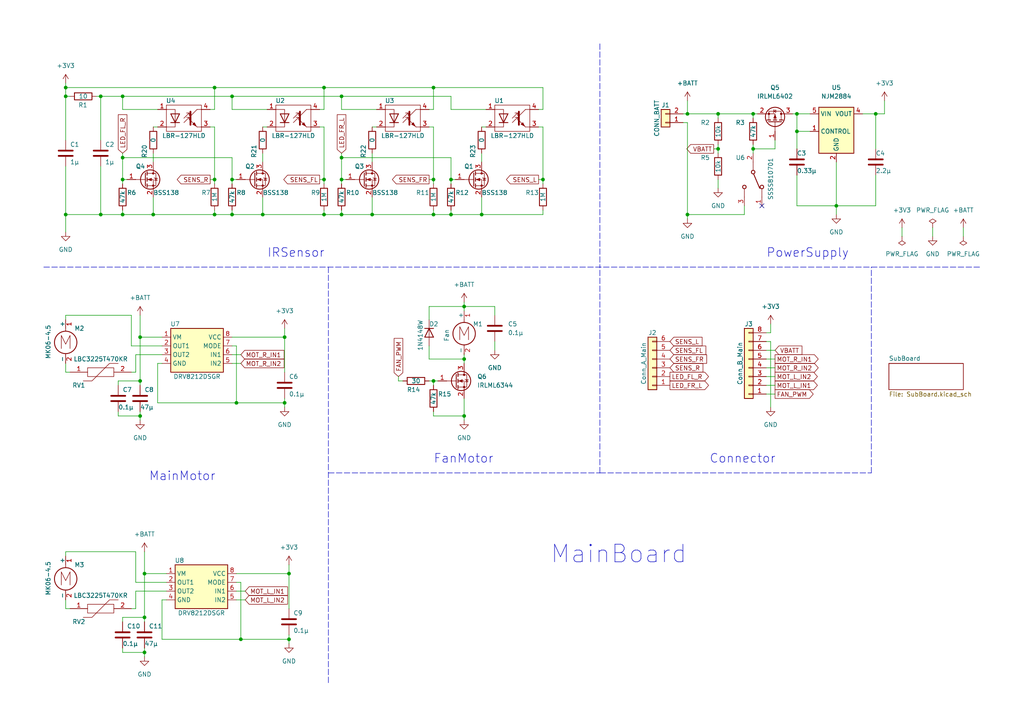
<source format=kicad_sch>
(kicad_sch (version 20211123) (generator eeschema)
  (paper "A4")
  (lib_symbols
    (symbol "Connector_Generic:Conn_01x02" (pin_names (offset 1.016) hide)
      (property "Reference" "J" (at 0 2.54 0))
      (property "Value" "Conn_01x02" (at 0 -5.08 0))
      (symbol "Conn_01x02_1_1"
        (rectangle (start -1.27 -2.413) (end 0 -2.667) (stroke (width 0.1524)))
        (rectangle (start -1.27 0.127) (end 0 -0.127) (stroke (width 0.1524)))
        (rectangle (start -1.27 1.27) (end 1.27 -3.81) (stroke (width 0.254)) (fill (type background)))
        (pin passive line (at -5.08 0 0) (length 3.81) (name "Pin_1") (number "1"))
        (pin passive line (at -5.08 -2.54 0) (length 3.81) (name "Pin_2") (number "2"))
      )
    )
    (symbol "Connector_Generic:Conn_01x06" (pin_names (offset 1.016) hide)
      (property "Reference" "J" (at 0 7.62 0))
      (property "Value" "Conn_01x06" (at 0 -10.16 0))
      (symbol "Conn_01x06_1_1"
        (rectangle (start -1.27 -7.493) (end 0 -7.747) (stroke (width 0.1524)))
        (rectangle (start -1.27 -4.953) (end 0 -5.207) (stroke (width 0.1524)))
        (rectangle (start -1.27 -2.413) (end 0 -2.667) (stroke (width 0.1524)))
        (rectangle (start -1.27 0.127) (end 0 -0.127) (stroke (width 0.1524)))
        (rectangle (start -1.27 2.667) (end 0 2.413) (stroke (width 0.1524)))
        (rectangle (start -1.27 5.207) (end 0 4.953) (stroke (width 0.1524)))
        (rectangle (start -1.27 6.35) (end 1.27 -8.89) (stroke (width 0.254)) (fill (type background)))
        (pin passive line (at -5.08 5.08 0) (length 3.81) (name "Pin_1") (number "1"))
        (pin passive line (at -5.08 2.54 0) (length 3.81) (name "Pin_2") (number "2"))
        (pin passive line (at -5.08 0 0) (length 3.81) (name "Pin_3") (number "3"))
        (pin passive line (at -5.08 -2.54 0) (length 3.81) (name "Pin_4") (number "4"))
        (pin passive line (at -5.08 -5.08 0) (length 3.81) (name "Pin_5") (number "5"))
        (pin passive line (at -5.08 -7.62 0) (length 3.81) (name "Pin_6") (number "6"))
      )
    )
    (symbol "Connector_Generic:Conn_01x08" (pin_names (offset 1.016) hide)
      (property "Reference" "J" (at 0 10.16 0))
      (property "Value" "Conn_01x08" (at 0 -12.7 0))
      (symbol "Conn_01x08_1_1"
        (rectangle (start -1.27 -10.033) (end 0 -10.287) (stroke (width 0.1524)))
        (rectangle (start -1.27 -7.493) (end 0 -7.747) (stroke (width 0.1524)))
        (rectangle (start -1.27 -4.953) (end 0 -5.207) (stroke (width 0.1524)))
        (rectangle (start -1.27 -2.413) (end 0 -2.667) (stroke (width 0.1524)))
        (rectangle (start -1.27 0.127) (end 0 -0.127) (stroke (width 0.1524)))
        (rectangle (start -1.27 2.667) (end 0 2.413) (stroke (width 0.1524)))
        (rectangle (start -1.27 5.207) (end 0 4.953) (stroke (width 0.1524)))
        (rectangle (start -1.27 7.747) (end 0 7.493) (stroke (width 0.1524)))
        (rectangle (start -1.27 8.89) (end 1.27 -11.43) (stroke (width 0.254)) (fill (type background)))
        (pin passive line (at -5.08 7.62 0) (length 3.81) (name "Pin_1") (number "1"))
        (pin passive line (at -5.08 5.08 0) (length 3.81) (name "Pin_2") (number "2"))
        (pin passive line (at -5.08 2.54 0) (length 3.81) (name "Pin_3") (number "3"))
        (pin passive line (at -5.08 0 0) (length 3.81) (name "Pin_4") (number "4"))
        (pin passive line (at -5.08 -2.54 0) (length 3.81) (name "Pin_5") (number "5"))
        (pin passive line (at -5.08 -5.08 0) (length 3.81) (name "Pin_6") (number "6"))
        (pin passive line (at -5.08 -7.62 0) (length 3.81) (name "Pin_7") (number "7"))
        (pin passive line (at -5.08 -10.16 0) (length 3.81) (name "Pin_8") (number "8"))
      )
    )
    (symbol "DRV8212DSGR:DRV8212DSGR"
      (property "Reference" "U" (at -6.35 7.62 0))
      (property "Value" "DRV8212DSGR" (at 0 -7.62 0))
      (symbol "DRV8212DSGR_0_1"
        (rectangle (start -7.62 6.35) (end 7.62 -6.35) (stroke (width 0.254)) (fill (type background)))
      )
      (symbol "DRV8212DSGR_1_1"
        (pin power_in line (at -10.16 3.81 0) (length 2.54) (name "VM") (number "1"))
        (pin output line (at -10.16 1.27 0) (length 2.54) (name "OUT1") (number "2"))
        (pin output line (at -10.16 -1.27 0) (length 2.54) (name "OUT2") (number "3"))
        (pin power_in line (at -10.16 -3.81 0) (length 2.54) (name "GND") (number "4"))
        (pin input line (at 10.16 -3.81 180) (length 2.54) (name "IN2") (number "5"))
        (pin input line (at 10.16 -1.27 180) (length 2.54) (name "IN1") (number "6"))
        (pin input line (at 10.16 1.27 180) (length 2.54) (name "MODE") (number "7"))
        (pin power_in line (at 10.16 3.81 180) (length 2.54) (name "VCC") (number "8"))
      )
    )
    (symbol "Device:C" (pin_numbers hide) (pin_names (offset 0.254))
      (property "Reference" "C" (at 0.635 2.54 0))
      (property "Value" "C" (at 0.635 -2.54 0))
      (symbol "C_0_1"
        (polyline (pts (xy -2.032 -0.762) (xy 2.032 -0.762)) (stroke (width 0.508)))
        (polyline (pts (xy -2.032 0.762) (xy 2.032 0.762)) (stroke (width 0.508)))
      )
      (symbol "C_1_1"
        (pin passive line (at 0 3.81 270) (length 2.794) (name "~") (number "1"))
        (pin passive line (at 0 -3.81 90) (length 2.794) (name "~") (number "2"))
      )
    )
    (symbol "Device:R" (pin_numbers hide) (pin_names (offset 0))
      (property "Reference" "R" (at 2.032 0 90))
      (property "Value" "R" (at 0 0 90))
      (symbol "R_0_1"
        (rectangle (start -1.016 -2.54) (end 1.016 2.54) (stroke (width 0.254)))
      )
      (symbol "R_1_1"
        (pin passive line (at 0 3.81 270) (length 1.27) (name "~") (number "1"))
        (pin passive line (at 0 -3.81 90) (length 1.27) (name "~") (number "2"))
      )
    )
    (symbol "Diode:1N4148W" (pin_numbers hide) (pin_names (offset 1.016) hide)
      (property "Reference" "D" (at 0 2.54 0))
      (property "Value" "1N4148W" (at 0 -2.54 0))
      (symbol "1N4148W_0_1"
        (polyline (pts (xy -1.27 1.27) (xy -1.27 -1.27)) (stroke (width 0.254)))
        (polyline (pts (xy 1.27 0) (xy -1.27 0)))
        (polyline (pts (xy 1.27 1.27) (xy 1.27 -1.27) (xy -1.27 0) (xy 1.27 1.27)) (stroke (width 0.254)))
      )
      (symbol "1N4148W_1_1"
        (pin passive line (at -3.81 0 0) (length 2.54) (name "K") (number "1"))
        (pin passive line (at 3.81 0 180) (length 2.54) (name "A") (number "2"))
      )
    )
    (symbol "IRLML6344:IRLML6344"
      (property "Reference" "Q" (at 2.54 2.54 0))
      (property "Value" "IRLML6344" (at 6.35 -2.54 0))
      (symbol "IRLML6344_0_1"
        (circle (center -0.889 0) (radius 2.794) (stroke (width 0.254)))
        (circle (center 0 -1.778) (radius 0.254) (fill (type outline)))
        (polyline (pts (xy -2.286 0) (xy -5.08 0)))
        (polyline (pts (xy -2.286 1.905) (xy -2.286 -1.905)) (stroke (width 0.254)))
        (polyline (pts (xy -1.778 -1.27) (xy -1.778 -2.286)) (stroke (width 0.254)))
        (polyline (pts (xy -1.778 0.508) (xy -1.778 -0.508)) (stroke (width 0.254)))
        (polyline (pts (xy -1.778 2.286) (xy -1.778 1.27)) (stroke (width 0.254)))
        (polyline (pts (xy 0 2.54) (xy 0 1.778)))
        (polyline (pts (xy 0 -2.54) (xy 0 0) (xy -1.778 0)))
        (polyline (pts (xy -1.778 -1.778) (xy 0.762 -1.778) (xy 0.762 1.778) (xy -1.778 1.778)))
        (polyline (pts (xy -1.524 0) (xy -0.508 0.381) (xy -0.508 -0.381) (xy -1.524 0)) (fill (type outline)))
        (polyline (pts (xy 0.254 0.508) (xy 0.381 0.381) (xy 1.143 0.381) (xy 1.27 0.254)))
        (polyline (pts (xy 0.762 0.381) (xy 0.381 -0.254) (xy 1.143 -0.254) (xy 0.762 0.381)))
        (circle (center 0 1.778) (radius 0.254) (fill (type outline)))
      )
      (symbol "IRLML6344_1_1"
        (pin passive line (at -7.62 0 0) (length 2.54) (name "") (number "1"))
        (pin passive line (at 0 -5.08 90) (length 2.54) (name "") (number "2"))
        (pin passive line (at 0 5.08 270) (length 2.54) (name "") (number "3"))
      )
    )
    (symbol "LBR-127HLD:LBR-127HLD"
      (property "Reference" "U" (at -3.81 5.08 0))
      (property "Value" "LBR-127HLD" (at 0 -5.08 0))
      (symbol "LBR-127HLD_0_1"
        (rectangle (start -5.08 3.81) (end 5.08 -3.81))
        (polyline (pts (xy -2.54 -1.27) (xy -2.54 1.27)))
        (polyline (pts (xy -1.27 -1.27) (xy -3.81 -1.27)) (stroke (width 0.254)))
        (polyline (pts (xy 1.905 0.635) (xy 3.81 2.54)))
        (polyline (pts (xy 3.81 -2.54) (xy 5.08 -2.54)))
        (polyline (pts (xy 3.81 2.54) (xy 5.08 2.54)))
        (polyline (pts (xy -5.08 2.54) (xy -2.54 2.54) (xy -2.54 1.27)))
        (polyline (pts (xy -2.54 -1.27) (xy -2.54 -2.54) (xy -5.08 -2.54)))
        (polyline (pts (xy 1.905 -0.635) (xy 3.81 -2.54) (xy 3.81 -2.54)))
        (polyline (pts (xy 1.905 1.905) (xy 1.905 -1.905) (xy 1.905 -1.905)) (stroke (width 0.508)))
        (polyline (pts (xy -1.27 1.27) (xy -3.81 1.27) (xy -2.54 -1.27) (xy -1.27 1.27)) (stroke (width 0.254)))
        (polyline (pts (xy 0 -1.27) (xy 1.524 0.254) (xy 0.762 0.254) (xy 1.524 0.254) (xy 1.524 -0.508)))
        (polyline (pts (xy 0 0) (xy 1.524 1.524) (xy 0.762 1.524) (xy 1.524 1.524) (xy 1.524 0.762)))
        (polyline (pts (xy 2.54 -1.778) (xy 3.048 -1.27) (xy 3.556 -2.286) (xy 2.54 -1.778) (xy 2.54 -1.778)) (fill (type outline)))
      )
      (symbol "LBR-127HLD_1_1"
        (pin input line (at -7.62 2.54 0) (length 2.54) (name "") (number "1"))
        (pin output line (at -7.62 -2.54 0) (length 2.54) (name "") (number "2"))
        (pin output line (at 7.62 -2.54 180) (length 2.54) (name "") (number "3"))
        (pin input line (at 7.62 2.54 180) (length 2.54) (name "") (number "4"))
      )
    )
    (symbol "Motor:Motor_DC" (pin_names (offset 0))
      (property "Reference" "M" (at 2.54 2.54 0))
      (property "Value" "Motor_DC" (at 2.54 -5.08 0))
      (symbol "Motor_DC_0_0"
        (polyline (pts (xy -1.27 -3.302) (xy -1.27 0.508) (xy 0 -2.032) (xy 1.27 0.508) (xy 1.27 -3.302)))
      )
      (symbol "Motor_DC_0_1"
        (circle (center 0 -1.524) (radius 3.2512) (stroke (width 0.254)))
        (polyline (pts (xy 0 -7.62) (xy 0 -7.112)))
        (polyline (pts (xy 0 -4.7752) (xy 0 -5.1816)))
        (polyline (pts (xy 0 1.7272) (xy 0 2.0828)))
        (polyline (pts (xy 0 2.032) (xy 0 2.54)))
      )
      (symbol "Motor_DC_1_1"
        (pin passive line (at 0 5.08 270) (length 2.54) (name "+") (number "1"))
        (pin passive line (at 0 -7.62 90) (length 2.54) (name "-") (number "2"))
      )
    )
    (symbol "NJM2844:NJM2844"
      (property "Reference" "U" (at -3.81 6.35 0))
      (property "Value" "NJM2844" (at 10.16 -7.62 0))
      (symbol "NJM2844_0_1"
        (rectangle (start -5.08 4.445) (end 5.08 -8.89) (stroke (width 0.254)) (fill (type background)))
      )
      (symbol "NJM2844_1_1"
        (pin passive line (at -7.62 -2.54 0) (length 2.54) (name "CONTROL") (number "1"))
        (pin passive line (at 0 -11.43 90) (length 2.54) (name "GND") (number "2"))
        (pin power_out line (at 7.62 2.54 180) (length 2.54) (name "VOUT") (number "4"))
        (pin passive line (at -7.62 2.54 0) (length 2.54) (name "VIN") (number "5"))
      )
    )
    (symbol "SSSS810701:SSSS810701"
      (property "Reference" "U" (at -3.81 5.08 0))
      (property "Value" "SSSS810701" (at 0 -5.08 0))
      (symbol "SSSS810701_1_1"
        (circle (center -3.429 0) (radius 0.508) (stroke (width 0.254)))
        (polyline (pts (xy -6.35 0) (xy -4.064 0)))
        (polyline (pts (xy -2.921 0.127) (xy 1.27 1.905)) (stroke (width 0.254)))
        (polyline (pts (xy 3.81 -2.54) (xy 1.524 -2.54)))
        (polyline (pts (xy 3.81 2.54) (xy 1.524 2.54)))
        (circle (center 0.889 -2.54) (radius 0.508) (stroke (width 0.254)))
        (circle (center 0.889 2.54) (radius 0.508) (stroke (width 0.254)))
        (pin passive line (at 6.35 2.54 180) (length 2.54) (name "") (number "1"))
        (pin passive line (at -8.89 0 0) (length 2.54) (name "") (number "2"))
        (pin passive line (at 6.35 -2.54 180) (length 2.54) (name "") (number "3"))
      )
    )
    (symbol "SamacSys_Parts:LBC3225T470KR" (pin_names (offset 0.762))
      (property "Reference" "RV" (at 13.97 6.35 0))
      (property "Value" "LBC3225T470KR" (at 13.97 3.81 0))
      (symbol "LBC3225T470KR_0_0"
        (pin passive line (at 0 0 0) (length 5.08) (name "~") (number "1"))
        (pin passive line (at 17.78 0 180) (length 5.08) (name "~") (number "2"))
      )
      (symbol "LBC3225T470KR_0_1"
        (polyline (pts (xy 3.81 -2.54) (xy 6.35 -2.54) (xy 11.43 2.54) (xy 13.97 2.54)) (stroke (width 0.1524)))
        (polyline (pts (xy 5.08 1.27) (xy 12.7 1.27) (xy 12.7 -1.27) (xy 5.08 -1.27) (xy 5.08 1.27)) (stroke (width 0.1524)))
      )
    )
    (symbol "Transistor_FET:BSS138" (pin_names hide)
      (property "Reference" "Q" (at 5.08 1.905 0))
      (property "Value" "BSS138" (at 5.08 0 0))
      (symbol "BSS138_0_1"
        (polyline (pts (xy 0.254 0) (xy -2.54 0)))
        (polyline (pts (xy 0.254 1.905) (xy 0.254 -1.905)) (stroke (width 0.254)))
        (polyline (pts (xy 0.762 -1.27) (xy 0.762 -2.286)) (stroke (width 0.254)))
        (polyline (pts (xy 0.762 0.508) (xy 0.762 -0.508)) (stroke (width 0.254)))
        (polyline (pts (xy 0.762 2.286) (xy 0.762 1.27)) (stroke (width 0.254)))
        (polyline (pts (xy 2.54 2.54) (xy 2.54 1.778)))
        (polyline (pts (xy 2.54 -2.54) (xy 2.54 0) (xy 0.762 0)))
        (polyline (pts (xy 0.762 -1.778) (xy 3.302 -1.778) (xy 3.302 1.778) (xy 0.762 1.778)))
        (polyline (pts (xy 1.016 0) (xy 2.032 0.381) (xy 2.032 -0.381) (xy 1.016 0)) (fill (type outline)))
        (polyline (pts (xy 2.794 0.508) (xy 2.921 0.381) (xy 3.683 0.381) (xy 3.81 0.254)))
        (polyline (pts (xy 3.302 0.381) (xy 2.921 -0.254) (xy 3.683 -0.254) (xy 3.302 0.381)))
        (circle (center 1.651 0) (radius 2.794) (stroke (width 0.254)))
        (circle (center 2.54 -1.778) (radius 0.254) (fill (type outline)))
        (circle (center 2.54 1.778) (radius 0.254) (fill (type outline)))
      )
      (symbol "BSS138_1_1"
        (pin input line (at -5.08 0 0) (length 2.54) (name "G") (number "1"))
        (pin passive line (at 2.54 -5.08 90) (length 2.54) (name "S") (number "2"))
        (pin passive line (at 2.54 5.08 270) (length 2.54) (name "D") (number "3"))
      )
    )
    (symbol "Transistor_FET:IRLML6402" (pin_names hide)
      (property "Reference" "Q" (at 5.08 1.905 0))
      (property "Value" "IRLML6402" (at 5.08 0 0))
      (symbol "IRLML6402_0_1"
        (polyline (pts (xy 0.254 0) (xy -2.54 0)))
        (polyline (pts (xy 0.254 1.905) (xy 0.254 -1.905)) (stroke (width 0.254)))
        (polyline (pts (xy 0.762 -1.27) (xy 0.762 -2.286)) (stroke (width 0.254)))
        (polyline (pts (xy 0.762 0.508) (xy 0.762 -0.508)) (stroke (width 0.254)))
        (polyline (pts (xy 0.762 2.286) (xy 0.762 1.27)) (stroke (width 0.254)))
        (polyline (pts (xy 2.54 2.54) (xy 2.54 1.778)))
        (polyline (pts (xy 2.54 -2.54) (xy 2.54 0) (xy 0.762 0)))
        (polyline (pts (xy 0.762 1.778) (xy 3.302 1.778) (xy 3.302 -1.778) (xy 0.762 -1.778)))
        (polyline (pts (xy 2.286 0) (xy 1.27 0.381) (xy 1.27 -0.381) (xy 2.286 0)) (fill (type outline)))
        (polyline (pts (xy 2.794 -0.508) (xy 2.921 -0.381) (xy 3.683 -0.381) (xy 3.81 -0.254)))
        (polyline (pts (xy 3.302 -0.381) (xy 2.921 0.254) (xy 3.683 0.254) (xy 3.302 -0.381)))
        (circle (center 1.651 0) (radius 2.794) (stroke (width 0.254)))
        (circle (center 2.54 -1.778) (radius 0.254) (fill (type outline)))
        (circle (center 2.54 1.778) (radius 0.254) (fill (type outline)))
      )
      (symbol "IRLML6402_1_1"
        (pin input line (at -5.08 0 0) (length 2.54) (name "G") (number "1"))
        (pin passive line (at 2.54 -5.08 90) (length 2.54) (name "S") (number "2"))
        (pin passive line (at 2.54 5.08 270) (length 2.54) (name "D") (number "3"))
      )
    )
    (symbol "power:+3V3" (power) (pin_names (offset 0))
      (property "Value" "+3V3" (at 0 3.556 0))
      (symbol "+3V3_0_1"
        (polyline (pts (xy -0.762 1.27) (xy 0 2.54)))
        (polyline (pts (xy 0 0) (xy 0 2.54)))
        (polyline (pts (xy 0 2.54) (xy 0.762 1.27)))
      )
      (symbol "+3V3_1_1"
        (pin power_in line (at 0 0 90) (length 0) hide (name "+3V3") (number "1"))
      )
    )
    (symbol "power:+BATT" (power) (pin_names (offset 0))
      (property "Value" "+BATT" (at 0 3.556 0))
      (symbol "+BATT_0_1"
        (polyline (pts (xy -0.762 1.27) (xy 0 2.54)))
        (polyline (pts (xy 0 0) (xy 0 2.54)))
        (polyline (pts (xy 0 2.54) (xy 0.762 1.27)))
      )
      (symbol "+BATT_1_1"
        (pin power_in line (at 0 0 90) (length 0) hide (name "+BATT") (number "1"))
      )
    )
    (symbol "power:GND" (power) (pin_names (offset 0))
      (property "Value" "GND" (at 0 -3.81 0))
      (symbol "GND_0_1"
        (polyline (pts (xy 0 0) (xy 0 -1.27) (xy 1.27 -1.27) (xy 0 -2.54) (xy -1.27 -1.27) (xy 0 -1.27)))
      )
      (symbol "GND_1_1"
        (pin power_in line (at 0 0 270) (length 0) hide (name "GND") (number "1"))
      )
    )
    (symbol "power:PWR_FLAG" (power) (pin_numbers hide) (pin_names (offset 0) hide)
      (property "Value" "PWR_FLAG" (at 0 3.81 0))
      (symbol "PWR_FLAG_0_0"
        (pin power_out line (at 0 0 90) (length 0) (name "pwr") (number "1"))
      )
      (symbol "PWR_FLAG_0_1"
        (polyline (pts (xy 0 0) (xy 0 1.27) (xy -1.016 1.905) (xy 0 2.54) (xy 1.016 1.905) (xy 0 1.27)))
      )
    )
  )
  (junction (at 99.06 27.94))
  (junction (at 62.23 25.4))
  (junction (at 35.56 45.72))
  (junction (at 130.81 62.23))
  (junction (at 134.62 104.14))
  (junction (at 208.28 33.02))
  (junction (at 125.73 62.23))
  (junction (at 107.95 62.23))
  (junction (at 82.55 97.79))
  (junction (at 41.91 166.37))
  (junction (at 231.14 38.1))
  (junction (at 40.64 110.49))
  (junction (at 19.05 25.4))
  (junction (at 82.55 116.84))
  (junction (at 218.44 43.18))
  (junction (at 35.56 52.07))
  (junction (at 134.62 88.9))
  (junction (at 208.28 43.18))
  (junction (at 69.85 185.42))
  (junction (at 62.23 62.23))
  (junction (at 44.45 62.23))
  (junction (at 83.82 166.37))
  (junction (at 99.06 45.72))
  (junction (at 76.2 62.23))
  (junction (at 99.06 62.23))
  (junction (at 93.98 25.4))
  (junction (at 242.57 59.69))
  (junction (at 62.23 52.07))
  (junction (at 218.44 33.02))
  (junction (at 199.39 62.23))
  (junction (at 29.21 27.94))
  (junction (at 67.31 27.94))
  (junction (at 40.64 97.79))
  (junction (at 35.56 62.23))
  (junction (at 139.7 62.23))
  (junction (at 41.91 179.07))
  (junction (at 199.39 33.02))
  (junction (at 125.73 25.4))
  (junction (at 125.73 110.49))
  (junction (at 130.81 52.07))
  (junction (at 29.21 62.23))
  (junction (at 99.06 52.07))
  (junction (at 83.82 185.42))
  (junction (at 134.62 120.65))
  (junction (at 93.98 62.23))
  (junction (at 19.05 62.23))
  (junction (at 157.48 52.07))
  (junction (at 68.58 116.84))
  (junction (at 41.91 189.23))
  (junction (at 67.31 52.07))
  (junction (at 254 33.02))
  (junction (at 67.31 62.23))
  (junction (at 19.05 27.94))
  (junction (at 125.73 52.07))
  (junction (at 231.14 33.02))
  (junction (at 35.56 27.94))
  (junction (at 93.98 52.07))
  (junction (at 40.64 120.65))
  (no_connect (at 220.98 59.69))
  (wire (pts (xy 242.57 46.99) (xy 242.57 59.69)))
  (wire (pts (xy 124.46 110.49) (xy 125.73 110.49)))
  (wire (pts (xy 35.56 62.23) (xy 35.56 60.96)))
  (wire (pts (xy 67.31 52.07) (xy 67.31 53.34)))
  (wire (pts (xy 67.31 62.23) (xy 76.2 62.23)))
  (wire (pts (xy 48.26 173.99) (xy 46.99 173.99)))
  (wire (pts (xy 125.73 25.4) (xy 125.73 31.75)))
  (wire (pts (xy 83.82 166.37) (xy 83.82 176.53)))
  (wire (pts (xy 208.28 33.02) (xy 218.44 33.02)))
  (wire (pts (xy 35.56 44.45) (xy 35.56 45.72)))
  (wire (pts (xy 134.62 115.57) (xy 134.62 120.65)))
  (wire (pts (xy 198.12 35.56) (xy 199.39 35.56)))
  (wire (pts (xy 231.14 38.1) (xy 231.14 43.18)))
  (wire (pts (xy 44.45 62.23) (xy 62.23 62.23)))
  (wire (pts (xy 19.05 105.41) (xy 19.05 107.95)))
  (wire (pts (xy 250.19 33.02) (xy 254 33.02)))
  (wire (pts (xy 99.06 27.94) (xy 130.81 27.94)))
  (wire (pts (xy 82.55 116.84) (xy 82.55 118.11)))
  (wire (pts (xy 224.79 109.22) (xy 222.25 109.22)))
  (wire (pts (xy 35.56 52.07) (xy 36.83 52.07)))
  (wire (pts (xy 19.05 48.26) (xy 19.05 62.23)))
  (wire (pts (xy 68.58 171.45) (xy 71.12 171.45)))
  (wire (pts (xy 67.31 62.23) (xy 67.31 60.96)))
  (wire (pts (xy 125.73 36.83) (xy 125.73 52.07)))
  (wire (pts (xy 40.64 91.44) (xy 40.64 97.79)))
  (wire (pts (xy 254 50.8) (xy 254 59.69)))
  (wire (pts (xy 62.23 36.83) (xy 62.23 52.07)))
  (wire (pts (xy 139.7 57.15) (xy 139.7 62.23)))
  (wire (pts (xy 19.05 91.44) (xy 38.1 91.44)))
  (wire (pts (xy 67.31 100.33) (xy 68.58 100.33)))
  (wire (pts (xy 93.98 62.23) (xy 99.06 62.23)))
  (wire (pts (xy 35.56 62.23) (xy 44.45 62.23)))
  (wire (pts (xy 139.7 62.23) (xy 157.48 62.23)))
  (wire (pts (xy 39.37 176.53) (xy 39.37 171.45)))
  (wire (pts (xy 157.48 36.83) (xy 157.48 52.07)))
  (wire (pts (xy 68.58 168.91) (xy 69.85 168.91)))
  (wire (pts (xy 35.56 27.94) (xy 35.56 31.75)))
  (wire (pts (xy 62.23 52.07) (xy 62.23 53.34)))
  (wire (pts (xy 224.79 114.3) (xy 222.25 114.3)))
  (wire (pts (xy 99.06 52.07) (xy 99.06 53.34)))
  (wire (pts (xy 222.25 96.52) (xy 223.52 96.52)))
  (wire (pts (xy 39.37 102.87) (xy 39.37 107.95)))
  (wire (pts (xy 45.72 116.84) (xy 68.58 116.84)))
  (wire (pts (xy 199.39 33.02) (xy 198.12 33.02)))
  (wire (pts (xy 218.44 43.18) (xy 218.44 44.45)))
  (wire (pts (xy 130.81 45.72) (xy 130.81 52.07)))
  (wire (pts (xy 19.05 161.29) (xy 19.05 160.02)))
  (wire (pts (xy 218.44 33.02) (xy 218.44 34.29)))
  (wire (pts (xy 67.31 27.94) (xy 67.31 31.75)))
  (wire (pts (xy 99.06 31.75) (xy 99.06 27.94)))
  (polyline (pts (xy 95.25 77.47) (xy 95.25 198.12)))
  (wire (pts (xy 48.26 166.37) (xy 41.91 166.37)))
  (wire (pts (xy 83.82 163.83) (xy 83.82 166.37)))
  (wire (pts (xy 279.4 66.04) (xy 279.4 68.58)))
  (wire (pts (xy 39.37 168.91) (xy 39.37 160.02)))
  (wire (pts (xy 157.48 25.4) (xy 125.73 25.4)))
  (wire (pts (xy 242.57 59.69) (xy 254 59.69)))
  (wire (pts (xy 46.99 173.99) (xy 46.99 185.42)))
  (wire (pts (xy 222.25 99.06) (xy 223.52 99.06)))
  (wire (pts (xy 215.9 59.69) (xy 215.9 62.23)))
  (wire (pts (xy 40.64 119.38) (xy 40.64 120.65)))
  (wire (pts (xy 60.96 52.07) (xy 62.23 52.07)))
  (wire (pts (xy 125.73 52.07) (xy 125.73 53.34)))
  (wire (pts (xy 99.06 62.23) (xy 99.06 60.96)))
  (wire (pts (xy 35.56 45.72) (xy 35.56 52.07)))
  (wire (pts (xy 107.95 62.23) (xy 125.73 62.23)))
  (wire (pts (xy 218.44 41.91) (xy 218.44 43.18)))
  (wire (pts (xy 231.14 33.02) (xy 231.14 38.1)))
  (wire (pts (xy 40.64 110.49) (xy 40.64 111.76)))
  (wire (pts (xy 223.52 99.06) (xy 223.52 118.11)))
  (wire (pts (xy 67.31 52.07) (xy 68.58 52.07)))
  (wire (pts (xy 29.21 27.94) (xy 35.56 27.94)))
  (wire (pts (xy 125.73 60.96) (xy 125.73 62.23)))
  (wire (pts (xy 44.45 44.45) (xy 44.45 46.99)))
  (wire (pts (xy 124.46 52.07) (xy 125.73 52.07)))
  (wire (pts (xy 143.51 99.06) (xy 143.51 101.6)))
  (wire (pts (xy 67.31 27.94) (xy 99.06 27.94)))
  (wire (pts (xy 35.56 31.75) (xy 45.72 31.75)))
  (wire (pts (xy 224.79 43.18) (xy 224.79 40.64)))
  (wire (pts (xy 125.73 62.23) (xy 130.81 62.23)))
  (wire (pts (xy 62.23 62.23) (xy 67.31 62.23)))
  (wire (pts (xy 270.51 66.04) (xy 270.51 68.58)))
  (wire (pts (xy 107.95 44.45) (xy 107.95 46.99)))
  (wire (pts (xy 46.99 185.42) (xy 69.85 185.42)))
  (wire (pts (xy 67.31 45.72) (xy 67.31 52.07)))
  (wire (pts (xy 199.39 35.56) (xy 199.39 62.23)))
  (wire (pts (xy 68.58 166.37) (xy 83.82 166.37)))
  (wire (pts (xy 35.56 45.72) (xy 67.31 45.72)))
  (polyline (pts (xy 12.7 77.47) (xy 284.48 77.47)))
  (wire (pts (xy 19.05 25.4) (xy 62.23 25.4)))
  (wire (pts (xy 130.81 52.07) (xy 130.81 53.34)))
  (wire (pts (xy 40.64 120.65) (xy 40.64 121.92)))
  (wire (pts (xy 224.79 106.68) (xy 222.25 106.68)))
  (wire (pts (xy 19.05 27.94) (xy 19.05 40.64)))
  (wire (pts (xy 40.64 97.79) (xy 40.64 110.49)))
  (wire (pts (xy 130.81 31.75) (xy 140.97 31.75)))
  (wire (pts (xy 99.06 45.72) (xy 130.81 45.72)))
  (wire (pts (xy 231.14 50.8) (xy 231.14 59.69)))
  (wire (pts (xy 125.73 120.65) (xy 134.62 120.65)))
  (wire (pts (xy 157.48 60.96) (xy 157.48 62.23)))
  (wire (pts (xy 67.31 105.41) (xy 69.85 105.41)))
  (wire (pts (xy 83.82 185.42) (xy 83.82 186.69)))
  (wire (pts (xy 125.73 31.75) (xy 124.46 31.75)))
  (wire (pts (xy 39.37 171.45) (xy 48.26 171.45)))
  (wire (pts (xy 134.62 87.63) (xy 134.62 88.9)))
  (wire (pts (xy 124.46 36.83) (xy 125.73 36.83)))
  (wire (pts (xy 231.14 38.1) (xy 234.95 38.1)))
  (wire (pts (xy 254 33.02) (xy 256.54 33.02)))
  (wire (pts (xy 34.29 119.38) (xy 34.29 120.65)))
  (wire (pts (xy 134.62 88.9) (xy 134.62 90.17)))
  (wire (pts (xy 130.81 27.94) (xy 130.81 31.75)))
  (wire (pts (xy 29.21 27.94) (xy 29.21 40.64)))
  (wire (pts (xy 19.05 176.53) (xy 20.32 176.53)))
  (wire (pts (xy 19.05 107.95) (xy 20.32 107.95)))
  (wire (pts (xy 208.28 52.07) (xy 208.28 54.61)))
  (wire (pts (xy 19.05 27.94) (xy 20.32 27.94)))
  (wire (pts (xy 134.62 104.14) (xy 134.62 105.41)))
  (wire (pts (xy 38.1 100.33) (xy 38.1 91.44)))
  (wire (pts (xy 134.62 120.65) (xy 134.62 121.92)))
  (wire (pts (xy 99.06 44.45) (xy 99.06 45.72)))
  (wire (pts (xy 254 33.02) (xy 254 43.18)))
  (wire (pts (xy 199.39 63.5) (xy 199.39 62.23)))
  (wire (pts (xy 199.39 62.23) (xy 215.9 62.23)))
  (wire (pts (xy 39.37 102.87) (xy 46.99 102.87)))
  (wire (pts (xy 46.99 100.33) (xy 38.1 100.33)))
  (wire (pts (xy 35.56 179.07) (xy 41.91 179.07)))
  (wire (pts (xy 92.71 36.83) (xy 93.98 36.83)))
  (wire (pts (xy 82.55 95.25) (xy 82.55 97.79)))
  (wire (pts (xy 218.44 43.18) (xy 224.79 43.18)))
  (wire (pts (xy 93.98 25.4) (xy 93.98 31.75)))
  (wire (pts (xy 208.28 41.91) (xy 208.28 43.18)))
  (wire (pts (xy 68.58 100.33) (xy 68.58 116.84)))
  (wire (pts (xy 261.62 66.04) (xy 261.62 68.58)))
  (wire (pts (xy 99.06 45.72) (xy 99.06 52.07)))
  (wire (pts (xy 60.96 36.83) (xy 62.23 36.83)))
  (wire (pts (xy 67.31 31.75) (xy 77.47 31.75)))
  (wire (pts (xy 29.21 62.23) (xy 35.56 62.23)))
  (wire (pts (xy 39.37 107.95) (xy 38.1 107.95)))
  (wire (pts (xy 157.48 31.75) (xy 156.21 31.75)))
  (wire (pts (xy 199.39 29.21) (xy 199.39 33.02)))
  (wire (pts (xy 231.14 33.02) (xy 234.95 33.02)))
  (polyline (pts (xy 173.99 137.16) (xy 173.99 77.47)))
  (wire (pts (xy 41.91 166.37) (xy 41.91 179.07)))
  (wire (pts (xy 68.58 116.84) (xy 82.55 116.84)))
  (polyline (pts (xy 95.25 137.16) (xy 173.99 137.16)))
  (wire (pts (xy 109.22 36.83) (xy 107.95 36.83)))
  (wire (pts (xy 124.46 100.33) (xy 124.46 104.14)))
  (wire (pts (xy 93.98 52.07) (xy 93.98 53.34)))
  (wire (pts (xy 207.01 43.18) (xy 208.28 43.18)))
  (wire (pts (xy 156.21 36.83) (xy 157.48 36.83)))
  (wire (pts (xy 208.28 43.18) (xy 208.28 44.45)))
  (wire (pts (xy 99.06 52.07) (xy 100.33 52.07)))
  (wire (pts (xy 77.47 36.83) (xy 76.2 36.83)))
  (wire (pts (xy 157.48 52.07) (xy 157.48 53.34)))
  (wire (pts (xy 124.46 104.14) (xy 134.62 104.14)))
  (wire (pts (xy 156.21 52.07) (xy 157.48 52.07)))
  (wire (pts (xy 219.71 33.02) (xy 218.44 33.02)))
  (wire (pts (xy 130.81 62.23) (xy 139.7 62.23)))
  (wire (pts (xy 34.29 110.49) (xy 34.29 111.76)))
  (wire (pts (xy 34.29 110.49) (xy 40.64 110.49)))
  (wire (pts (xy 69.85 168.91) (xy 69.85 185.42)))
  (polyline (pts (xy 173.99 12.7) (xy 173.99 77.47)))
  (wire (pts (xy 41.91 189.23) (xy 41.91 190.5)))
  (wire (pts (xy 45.72 36.83) (xy 44.45 36.83)))
  (wire (pts (xy 46.99 105.41) (xy 45.72 105.41)))
  (wire (pts (xy 231.14 59.69) (xy 242.57 59.69)))
  (wire (pts (xy 76.2 44.45) (xy 76.2 46.99)))
  (wire (pts (xy 35.56 52.07) (xy 35.56 53.34)))
  (wire (pts (xy 35.56 27.94) (xy 67.31 27.94)))
  (wire (pts (xy 34.29 120.65) (xy 40.64 120.65)))
  (wire (pts (xy 19.05 173.99) (xy 19.05 176.53)))
  (wire (pts (xy 27.94 27.94) (xy 29.21 27.94)))
  (wire (pts (xy 139.7 44.45) (xy 139.7 46.99)))
  (wire (pts (xy 99.06 62.23) (xy 107.95 62.23)))
  (wire (pts (xy 62.23 60.96) (xy 62.23 62.23)))
  (wire (pts (xy 224.79 104.14) (xy 222.25 104.14)))
  (wire (pts (xy 134.62 102.87) (xy 134.62 104.14)))
  (wire (pts (xy 124.46 92.71) (xy 124.46 88.9)))
  (wire (pts (xy 130.81 52.07) (xy 132.08 52.07)))
  (wire (pts (xy 41.91 187.96) (xy 41.91 189.23)))
  (polyline (pts (xy 173.99 137.16) (xy 252.73 137.16)))
  (wire (pts (xy 19.05 92.71) (xy 19.05 91.44)))
  (wire (pts (xy 41.91 160.02) (xy 41.91 166.37)))
  (wire (pts (xy 62.23 25.4) (xy 62.23 31.75)))
  (wire (pts (xy 19.05 25.4) (xy 19.05 27.94)))
  (polyline (pts (xy 252.73 137.16) (xy 252.73 77.47)))
  (wire (pts (xy 92.71 52.07) (xy 93.98 52.07)))
  (wire (pts (xy 93.98 36.83) (xy 93.98 52.07)))
  (wire (pts (xy 229.87 33.02) (xy 231.14 33.02)))
  (wire (pts (xy 46.99 97.79) (xy 40.64 97.79)))
  (wire (pts (xy 68.58 173.99) (xy 71.12 173.99)))
  (wire (pts (xy 76.2 57.15) (xy 76.2 62.23)))
  (wire (pts (xy 130.81 62.23) (xy 130.81 60.96)))
  (wire (pts (xy 256.54 29.21) (xy 256.54 33.02)))
  (wire (pts (xy 125.73 119.38) (xy 125.73 120.65)))
  (wire (pts (xy 99.06 31.75) (xy 109.22 31.75)))
  (wire (pts (xy 35.56 189.23) (xy 41.91 189.23)))
  (wire (pts (xy 35.56 187.96) (xy 35.56 189.23)))
  (wire (pts (xy 35.56 179.07) (xy 35.56 180.34)))
  (wire (pts (xy 82.55 97.79) (xy 82.55 107.95)))
  (wire (pts (xy 45.72 105.41) (xy 45.72 116.84)))
  (wire (pts (xy 44.45 57.15) (xy 44.45 62.23)))
  (wire (pts (xy 93.98 25.4) (xy 62.23 25.4)))
  (wire (pts (xy 67.31 102.87) (xy 69.85 102.87)))
  (wire (pts (xy 69.85 185.42) (xy 83.82 185.42)))
  (wire (pts (xy 125.73 25.4) (xy 93.98 25.4)))
  (wire (pts (xy 124.46 88.9) (xy 134.62 88.9)))
  (wire (pts (xy 19.05 62.23) (xy 19.05 67.31)))
  (wire (pts (xy 224.79 101.6) (xy 222.25 101.6)))
  (wire (pts (xy 19.05 25.4) (xy 19.05 24.13)))
  (wire (pts (xy 157.48 25.4) (xy 157.48 31.75)))
  (wire (pts (xy 41.91 179.07) (xy 41.91 180.34)))
  (wire (pts (xy 143.51 88.9) (xy 134.62 88.9)))
  (wire (pts (xy 83.82 184.15) (xy 83.82 185.42)))
  (wire (pts (xy 115.57 109.22) (xy 115.57 110.49)))
  (wire (pts (xy 48.26 168.91) (xy 39.37 168.91)))
  (wire (pts (xy 19.05 62.23) (xy 29.21 62.23)))
  (wire (pts (xy 38.1 176.53) (xy 39.37 176.53)))
  (wire (pts (xy 107.95 57.15) (xy 107.95 62.23)))
  (wire (pts (xy 125.73 110.49) (xy 127 110.49)))
  (wire (pts (xy 199.39 33.02) (xy 208.28 33.02)))
  (wire (pts (xy 93.98 60.96) (xy 93.98 62.23)))
  (wire (pts (xy 115.57 110.49) (xy 116.84 110.49)))
  (wire (pts (xy 62.23 31.75) (xy 60.96 31.75)))
  (wire (pts (xy 93.98 31.75) (xy 92.71 31.75)))
  (wire (pts (xy 82.55 115.57) (xy 82.55 116.84)))
  (wire (pts (xy 208.28 33.02) (xy 208.28 34.29)))
  (wire (pts (xy 224.79 111.76) (xy 222.25 111.76)))
  (wire (pts (xy 242.57 59.69) (xy 242.57 62.23)))
  (wire (pts (xy 76.2 62.23) (xy 93.98 62.23)))
  (wire (pts (xy 223.52 96.52) (xy 223.52 93.98)))
  (wire (pts (xy 140.97 36.83) (xy 139.7 36.83)))
  (wire (pts (xy 143.51 91.44) (xy 143.51 88.9)))
  (wire (pts (xy 19.05 160.02) (xy 39.37 160.02)))
  (wire (pts (xy 67.31 97.79) (xy 82.55 97.79)))
  (wire (pts (xy 125.73 110.49) (xy 125.73 111.76)))
  (wire (pts (xy 29.21 48.26) (xy 29.21 62.23)))
  (text "Connector" (at 205.74 134.62 0) (effects (font (size 2.54 2.54)) (justify left bottom)))
  (text "MainMotor" (at 43.18 139.7 0) (effects (font (size 2.54 2.54)) (justify left bottom)))
  (text "PowerSupply" (at 222.25 74.93 0) (effects (font (size 2.54 2.54)) (justify left bottom)))
  (text "FanMotor" (at 125.73 134.62 0) (effects (font (size 2.54 2.54)) (justify left bottom)))
  (text "MainBoard" (at 199.39 163.83 180) (effects (font (size 5.11 5.11)) (justify right bottom)))
  (text "IRSensor" (at 77.47 74.93 0) (effects (font (size 2.54 2.54)) (justify left bottom)))
  (global_label "MOT_R_IN1" (shape output) (at 224.79 104.14 0) (property "Intersheet References" "${INTERSHEET_REFS}" (effects hide)))
  (global_label "MOT_R_IN1" (shape input) (at 69.85 102.87 0) (property "Intersheet References" "${INTERSHEET_REFS}" (effects hide)))
  (global_label "LED_FR_L" (shape input) (at 99.06 44.45 90) (property "Intersheet References" "${INTERSHEET_REFS}" (effects hide)))
  (global_label "MOT_L_IN2" (shape output) (at 224.79 109.22 0) (property "Intersheet References" "${INTERSHEET_REFS}" (effects hide)))
  (global_label "LED_FL_R" (shape input) (at 35.56 44.45 90) (property "Intersheet References" "${INTERSHEET_REFS}" (effects hide)))
  (global_label "MOT_R_IN2" (shape output) (at 224.79 106.68 0) (property "Intersheet References" "${INTERSHEET_REFS}" (effects hide)))
  (global_label "SENS_L" (shape output) (at 156.21 52.07 180) (property "Intersheet References" "${INTERSHEET_REFS}" (effects hide)))
  (global_label "FAN_PWM" (shape output) (at 224.79 114.3 0) (property "Intersheet References" "${INTERSHEET_REFS}" (effects hide)))
  (global_label "SENS_FL" (shape input) (at 194.31 101.6 0) (property "Intersheet References" "${INTERSHEET_REFS}" (effects hide)))
  (global_label "VBATT" (shape input) (at 224.79 101.6 0) (property "Intersheet References" "${INTERSHEET_REFS}" (effects hide)))
  (global_label "MOT_L_IN1" (shape input) (at 71.12 171.45 0) (property "Intersheet References" "${INTERSHEET_REFS}" (effects hide)))
  (global_label "SENS_L" (shape input) (at 194.31 99.06 0) (property "Intersheet References" "${INTERSHEET_REFS}" (effects hide)))
  (global_label "VBATT" (shape output) (at 207.01 43.18 180) (property "Intersheet References" "${INTERSHEET_REFS}" (effects hide)))
  (global_label "SENS_FR" (shape input) (at 194.31 104.14 0) (property "Intersheet References" "${INTERSHEET_REFS}" (effects hide)))
  (global_label "SENS_R" (shape output) (at 60.96 52.07 180) (property "Intersheet References" "${INTERSHEET_REFS}" (effects hide)))
  (global_label "SENS_FL" (shape output) (at 92.71 52.07 180) (property "Intersheet References" "${INTERSHEET_REFS}" (effects hide)))
  (global_label "FAN_PWM" (shape input) (at 115.57 109.22 90) (property "Intersheet References" "${INTERSHEET_REFS}" (effects hide)))
  (global_label "LED_FR_L" (shape output) (at 194.31 111.76 0) (property "Intersheet References" "${INTERSHEET_REFS}" (effects hide)))
  (global_label "MOT_L_IN1" (shape output) (at 224.79 111.76 0) (property "Intersheet References" "${INTERSHEET_REFS}" (effects hide)))
  (global_label "LED_FL_R" (shape output) (at 194.31 109.22 0) (property "Intersheet References" "${INTERSHEET_REFS}" (effects hide)))
  (global_label "MOT_L_IN2" (shape input) (at 71.12 173.99 0) (property "Intersheet References" "${INTERSHEET_REFS}" (effects hide)))
  (global_label "SENS_R" (shape input) (at 194.31 106.68 0) (property "Intersheet References" "${INTERSHEET_REFS}" (effects hide)))
  (global_label "MOT_R_IN2" (shape input) (at 69.85 105.41 0) (property "Intersheet References" "${INTERSHEET_REFS}" (effects hide)))
  (global_label "SENS_FR" (shape output) (at 124.46 52.07 180) (property "Intersheet References" "${INTERSHEET_REFS}" (effects hide)))
  (symbol (lib_id "Device:R") (at 62.23 57.15 0) (unit 1)
    (property "Reference" "R7" (at 58.42 55.88 0) (effects (justify left)))
    (property "Value" "1M" (at 62.23 57.15 90))
    (property "Footprint" "Resistor_SMD:R_0603_1608Metric_Pad0.98x0.95mm_HandSolder" (effects hide))
  )
  (symbol (lib_id "Device:C") (at 82.55 111.76 0) (unit 1)
    (property "Reference" "C6" (at 83.82 109.22 0) (effects (justify left)))
    (property "Value" "0.1μ" (at 83.82 114.3 0) (effects (justify left)))
    (property "Footprint" "Capacitor_SMD:C_0603_1608Metric_Pad1.08x0.95mm_HandSolder" (effects hide))
  )
  (symbol (lib_id "Diode:1N4148W") (at 124.46 96.52 270) (unit 1)
    (property "Reference" "D2" (at 124.46 93.98 90) (effects (justify left)))
    (property "Value" "1N4148W" (at 121.92 92.71 0) (effects (justify left)))
    (property "Footprint" "Diode_SMD:D_SOD-123" (effects hide))
    (property "Datasheet" "https://www.vishay.com/docs/85748/1n4148w.pdf" (effects hide))
  )
  (symbol (lib_id "Device:R") (at 157.48 57.15 0) (unit 1)
    (property "Reference" "R13" (at 152.4 55.88 0) (effects (justify left)))
    (property "Value" "1M" (at 157.48 57.15 90))
    (property "Footprint" "Resistor_SMD:R_0603_1608Metric_Pad0.98x0.95mm_HandSolder" (effects hide))
  )
  (symbol (lib_id "Device:R") (at 93.98 57.15 0) (unit 1)
    (property "Reference" "R9" (at 90.17 55.88 0) (effects (justify left)))
    (property "Value" "1M" (at 93.98 57.15 90))
    (property "Footprint" "Resistor_SMD:R_0603_1608Metric_Pad0.98x0.95mm_HandSolder" (effects hide))
  )
  (symbol (lib_id "Device:R") (at 208.28 38.1 0) (unit 1)
    (property "Reference" "R2" (at 203.2 35.56 0) (effects (justify left)))
    (property "Value" "10k" (at 208.28 38.1 90))
    (property "Footprint" "Resistor_SMD:R_0603_1608Metric_Pad0.98x0.95mm_HandSolder" (effects hide))
  )
  (symbol (lib_id "Transistor_FET:BSS138") (at 137.16 52.07 0) (unit 1)
    (property "Reference" "Q1" (at 134.62 48.26 0) (effects (justify left)))
    (property "Value" "BSS138" (at 139.7 55.88 0) (effects (justify left)))
    (property "Footprint" "Package_TO_SOT_SMD:SOT-23" (effects hide))
    (property "Datasheet" "https://www.onsemi.com/pub/Collateral/BSS138-D.PDF" (effects hide))
  )
  (symbol (lib_id "power:GND") (at 134.62 121.92 0) (unit 1)
    (property "Reference" "#PWR018" (effects hide))
    (property "Value" "GND" (at 134.62 127 0))
  )
  (symbol (lib_id "DRV8212DSGR:DRV8212DSGR") (at 57.15 101.6 0) (unit 1)
    (property "Reference" "U7" (at 50.8 93.98 0))
    (property "Value" "DRV8212DSGR" (at 57.15 109.22 0))
    (property "Footprint" "SamacSys:SON50P200X200X80-9N" (effects hide))
  )
  (symbol (lib_id "power:+3V3") (at 82.55 95.25 0) (unit 1)
    (property "Reference" "#PWR013" (effects hide))
    (property "Value" "+3V3" (at 82.55 90.17 0))
  )
  (symbol (lib_id "power:PWR_FLAG") (at 261.62 68.58 180) (unit 1)
    (property "Reference" "#FLG02" (effects hide))
    (property "Value" "PWR_FLAG" (at 261.62 73.66 0))
  )
  (symbol (lib_id "power:+BATT") (at 199.39 29.21 0) (unit 1)
    (property "Reference" "#PWR03" (effects hide))
    (property "Value" "+BATT" (at 199.39 24.13 0))
  )
  (symbol (lib_id "Device:R") (at 107.95 40.64 180) (unit 1)
    (property "Reference" "R22" (at 105.41 41.91 90) (effects (justify left)))
    (property "Value" "0" (at 107.95 40.64 90))
    (property "Footprint" "Resistor_SMD:R_0603_1608Metric_Pad0.98x0.95mm_HandSolder" (effects hide))
  )
  (symbol (lib_id "Device:R") (at 76.2 40.64 180) (unit 1)
    (property "Reference" "R21" (at 73.66 41.91 90) (effects (justify left)))
    (property "Value" "0" (at 76.2 40.64 90))
    (property "Footprint" "Resistor_SMD:R_0603_1608Metric_Pad0.98x0.95mm_HandSolder" (effects hide))
  )
  (symbol (lib_id "Transistor_FET:BSS138") (at 105.41 52.07 0) (unit 1)
    (property "Reference" "Q3" (at 102.87 48.26 0) (effects (justify left)))
    (property "Value" "BSS138" (at 107.95 55.88 0) (effects (justify left)))
    (property "Footprint" "Package_TO_SOT_SMD:SOT-23" (effects hide))
    (property "Datasheet" "https://www.onsemi.com/pub/Collateral/BSS138-D.PDF" (effects hide))
  )
  (symbol (lib_id "SamacSys_Parts:LBC3225T470KR") (at 20.32 107.95 0) (unit 1)
    (property "Reference" "RV1" (at 22.86 111.76 0))
    (property "Value" "LBC3225T470KR" (at 29.21 104.14 0))
    (property "Footprint" "SamacSys:VARC3225X270N" (effects hide))
    (property "Datasheet" "https://datasheet.datasheetarchive.com/originals/distributors/Datasheets-DGA11/2189907.pdf" (effects hide))
    (property "Description" "Fixed Inductors 1210 47uH 871mOhms +/-10%Tol 220mA" (effects hide))
    (property "Height" "2.7" (effects hide))
    (property "Mouser Part Number" "963-LBC3225T470KR" (effects hide))
    (property "Mouser Price/Stock" "https://www.mouser.co.uk/ProductDetail/Taiyo-Yuden/LBC3225T470KR?qs=PzICbMaShUdXjYQnP7Jnhw%3D%3D" (effects hide))
    (property "Manufacturer_Name" "TAIYO YUDEN" (effects hide))
    (property "Manufacturer_Part_Number" "LBC3225T470KR" (effects hide))
  )
  (symbol (lib_id "power:GND") (at 19.05 67.31 0) (unit 1)
    (property "Reference" "#PWR09" (effects hide))
    (property "Value" "GND" (at 19.05 72.39 0))
  )
  (symbol (lib_id "power:GND") (at 270.51 68.58 0) (unit 1)
    (property "Reference" "#PWR062" (effects hide))
    (property "Value" "GND" (at 270.51 73.66 0))
  )
  (symbol (lib_id "Device:C") (at 41.91 184.15 0) (unit 1)
    (property "Reference" "C11" (at 43.18 181.61 0) (effects (justify left)))
    (property "Value" "47μ" (at 41.91 186.69 0) (effects (justify left)))
    (property "Footprint" "Capacitor_SMD:C_1210_3225Metric_Pad1.33x2.70mm_HandSolder" (effects hide))
  )
  (symbol (lib_id "NJM2844:NJM2844") (at 242.57 35.56 0) (unit 1)
    (property "Reference" "U5" (at 242.57 25.4 0))
    (property "Value" "NJM2884" (at 242.57 27.94 0))
    (property "Footprint" "Package_TO_SOT_SMD:SOT-89-5_Handsoldering" (effects hide))
  )
  (symbol (lib_id "power:GND") (at 82.55 118.11 0) (unit 1)
    (property "Reference" "#PWR015" (effects hide))
    (property "Value" "GND" (at 82.55 123.19 0))
  )
  (symbol (lib_id "power:+3V3") (at 83.82 163.83 0) (unit 1)
    (property "Reference" "#PWR020" (effects hide))
    (property "Value" "+3V3" (at 83.82 158.75 0))
  )
  (symbol (lib_id "Device:C") (at 35.56 184.15 0) (unit 1)
    (property "Reference" "C10" (at 36.83 181.61 0) (effects (justify left)))
    (property "Value" "0.1μ" (at 35.56 186.69 0) (effects (justify left)))
    (property "Footprint" "Capacitor_SMD:C_0603_1608Metric_Pad1.08x0.95mm_HandSolder" (effects hide))
  )
  (symbol (lib_id "Device:R") (at 35.56 57.15 0) (unit 1)
    (property "Reference" "R6" (at 36.83 55.88 0) (effects (justify left)))
    (property "Value" "47k" (at 35.56 57.15 90))
    (property "Footprint" "Resistor_SMD:R_0603_1608Metric_Pad0.98x0.95mm_HandSolder" (effects hide))
  )
  (symbol (lib_id "Motor:Motor_DC") (at 19.05 97.79 0) (unit 1)
    (property "Reference" "M2" (at 21.59 95.25 0) (effects (justify left)))
    (property "Value" "MK06-4.5" (at 13.97 104.14 90) (effects (justify left)))
    (property "Footprint" "My:Motor" (effects hide))
  )
  (symbol (lib_id "Device:R") (at 139.7 40.64 180) (unit 1)
    (property "Reference" "R23" (at 137.16 41.91 90) (effects (justify left)))
    (property "Value" "0" (at 139.7 40.64 90))
    (property "Footprint" "Resistor_SMD:R_0603_1608Metric_Pad0.98x0.95mm_HandSolder" (effects hide))
  )
  (symbol (lib_id "power:+BATT") (at 40.64 91.44 0) (unit 1)
    (property "Reference" "#PWR011" (effects hide))
    (property "Value" "+BATT" (at 40.64 86.36 0))
  )
  (symbol (lib_id "power:PWR_FLAG") (at 279.4 68.58 180) (unit 1)
    (property "Reference" "#FLG0101" (effects hide))
    (property "Value" "PWR_FLAG" (at 279.4 73.66 0))
  )
  (symbol (lib_id "Device:R") (at 125.73 57.15 0) (unit 1)
    (property "Reference" "R11" (at 120.65 55.88 0) (effects (justify left)))
    (property "Value" "1M" (at 125.73 57.15 90))
    (property "Footprint" "Resistor_SMD:R_0603_1608Metric_Pad0.98x0.95mm_HandSolder" (effects hide))
  )
  (symbol (lib_id "power:GND") (at 223.52 118.11 0) (unit 1)
    (property "Reference" "#PWR016" (effects hide))
    (property "Value" "GND" (at 223.52 123.19 0))
  )
  (symbol (lib_id "Motor:Motor_DC") (at 19.05 166.37 0) (unit 1)
    (property "Reference" "M3" (at 21.59 163.83 0) (effects (justify left)))
    (property "Value" "MK06-4.5" (at 13.97 172.72 90) (effects (justify left)))
    (property "Footprint" "My:Motor" (effects hide))
  )
  (symbol (lib_id "SSSS810701:SSSS810701") (at 218.44 53.34 270) (unit 1)
    (property "Reference" "U6" (at 213.36 45.72 90) (effects (justify left)))
    (property "Value" "SSSS810701" (at 223.52 45.72 0) (effects (justify left)))
    (property "Footprint" "SamacSys:SSSS810701" (effects hide))
  )
  (symbol (lib_id "power:GND") (at 208.28 54.61 0) (unit 1)
    (property "Reference" "#PWR06" (effects hide))
    (property "Value" "GND" (at 208.28 59.69 0))
  )
  (symbol (lib_id "power:GND") (at 199.39 63.5 0) (unit 1)
    (property "Reference" "#PWR08" (effects hide))
    (property "Value" "GND" (at 199.39 68.58 0))
  )
  (symbol (lib_id "Device:R") (at 208.28 48.26 0) (unit 1)
    (property "Reference" "R5" (at 203.2 45.72 0) (effects (justify left)))
    (property "Value" "10k" (at 208.28 48.26 90))
    (property "Footprint" "Resistor_SMD:R_0603_1608Metric_Pad0.98x0.95mm_HandSolder" (effects hide))
  )
  (symbol (lib_id "LBR-127HLD:LBR-127HLD") (at 148.59 34.29 0) (unit 1)
    (property "Reference" "U1" (at 144.78 29.21 0))
    (property "Value" "LBR-127HLD" (at 148.59 39.37 0))
    (property "Footprint" "LBR-127HLD:LBR-127HLD" (effects hide))
  )
  (symbol (lib_id "power:GND") (at 40.64 121.92 0) (unit 1)
    (property "Reference" "#PWR017" (effects hide))
    (property "Value" "GND" (at 40.64 127 0))
  )
  (symbol (lib_id "Device:R") (at 125.73 115.57 0) (unit 1)
    (property "Reference" "R15" (at 127 114.3 0) (effects (justify left)))
    (property "Value" "47k" (at 125.73 115.57 90))
    (property "Footprint" "Resistor_SMD:R_0603_1608Metric_Pad0.98x0.95mm_HandSolder" (effects hide))
  )
  (symbol (lib_id "Transistor_FET:BSS138") (at 41.91 52.07 0) (unit 1)
    (property "Reference" "Q4" (at 39.37 48.26 0) (effects (justify left)))
    (property "Value" "BSS138" (at 44.45 55.88 0) (effects (justify left)))
    (property "Footprint" "Package_TO_SOT_SMD:SOT-23" (effects hide))
    (property "Datasheet" "https://www.onsemi.com/pub/Collateral/BSS138-D.PDF" (effects hide))
  )
  (symbol (lib_id "Motor:Motor_DC") (at 134.62 95.25 0) (unit 1)
    (property "Reference" "M1" (at 137.16 93.98 0) (effects (justify left)))
    (property "Value" "Fan" (at 129.54 99.06 90) (effects (justify left)))
    (property "Footprint" "My:Motor" (effects hide))
  )
  (symbol (lib_id "Device:R") (at 120.65 110.49 90) (unit 1)
    (property "Reference" "R14" (at 121.92 113.03 90) (effects (justify left)))
    (property "Value" "30" (at 120.65 110.49 90))
    (property "Footprint" "Resistor_SMD:R_0603_1608Metric_Pad0.98x0.95mm_HandSolder" (effects hide))
  )
  (symbol (lib_id "power:+BATT") (at 279.4 66.04 0) (unit 1)
    (property "Reference" "#PWR0103" (effects hide))
    (property "Value" "+BATT" (at 279.4 60.96 0))
  )
  (symbol (lib_id "Connector_Generic:Conn_01x02") (at 193.04 35.56 180) (unit 1)
    (property "Reference" "J1" (at 193.04 30.48 0))
    (property "Value" "CONN_BATT" (at 190.5 34.29 90))
    (property "Footprint" "SamacSys:SHDR2W35P0X125_1X2_425X320X420P" (effects hide))
  )
  (symbol (lib_id "power:GND") (at 143.51 101.6 0) (unit 1)
    (property "Reference" "#PWR02" (effects hide))
    (property "Value" "GND" (at 143.51 106.68 0))
  )
  (symbol (lib_id "SamacSys_Parts:LBC3225T470KR") (at 20.32 176.53 0) (unit 1)
    (property "Reference" "RV2" (at 22.86 180.34 0))
    (property "Value" "LBC3225T470KR" (at 29.21 172.72 0))
    (property "Footprint" "SamacSys:VARC3225X270N" (effects hide))
    (property "Datasheet" "https://datasheet.datasheetarchive.com/originals/distributors/Datasheets-DGA11/2189907.pdf" (effects hide))
    (property "Description" "Fixed Inductors 1210 47uH 871mOhms +/-10%Tol 220mA" (effects hide))
    (property "Height" "2.7" (effects hide))
    (property "Mouser Part Number" "963-LBC3225T470KR" (effects hide))
    (property "Mouser Price/Stock" "https://www.mouser.co.uk/ProductDetail/Taiyo-Yuden/LBC3225T470KR?qs=PzICbMaShUdXjYQnP7Jnhw%3D%3D" (effects hide))
    (property "Manufacturer_Name" "TAIYO YUDEN" (effects hide))
    (property "Manufacturer_Part_Number" "LBC3225T470KR" (effects hide))
  )
  (symbol (lib_id "Device:R") (at 44.45 40.64 180) (unit 1)
    (property "Reference" "R20" (at 41.91 41.91 90) (effects (justify left)))
    (property "Value" "0" (at 44.45 40.64 90))
    (property "Footprint" "Resistor_SMD:R_0603_1608Metric_Pad0.98x0.95mm_HandSolder" (effects hide))
  )
  (symbol (lib_id "power:+BATT") (at 41.91 160.02 0) (unit 1)
    (property "Reference" "#PWR019" (effects hide))
    (property "Value" "+BATT" (at 41.91 154.94 0))
  )
  (symbol (lib_id "Connector_Generic:Conn_01x08") (at 217.17 106.68 180) (unit 1)
    (property "Reference" "J3" (at 217.17 93.98 0))
    (property "Value" "Conn_B_Main" (at 214.63 105.41 90))
    (property "Footprint" "Connector_PinHeader_1.27mm:PinHeader_1x08_P1.27mm_Vertical" (effects hide))
  )
  (symbol (lib_id "power:+3V3") (at 261.62 66.04 0) (unit 1)
    (property "Reference" "#PWR061" (effects hide))
    (property "Value" "+3V3" (at 261.62 60.96 0))
  )
  (symbol (lib_id "Device:R") (at 24.13 27.94 90) (unit 1)
    (property "Reference" "R1" (at 25.4 30.48 90) (effects (justify left)))
    (property "Value" "10" (at 24.13 27.94 90))
    (property "Footprint" "Resistor_SMD:R_0603_1608Metric_Pad0.98x0.95mm_HandSolder" (effects hide))
  )
  (symbol (lib_id "Device:C") (at 40.64 115.57 0) (unit 1)
    (property "Reference" "C8" (at 41.91 113.03 0) (effects (justify left)))
    (property "Value" "47μ" (at 40.64 118.11 0) (effects (justify left)))
    (property "Footprint" "Capacitor_SMD:C_1210_3225Metric_Pad1.33x2.70mm_HandSolder" (effects hide))
  )
  (symbol (lib_id "power:PWR_FLAG") (at 270.51 66.04 0) (unit 1)
    (property "Reference" "#FLG01" (effects hide))
    (property "Value" "PWR_FLAG" (at 270.51 60.96 0))
  )
  (symbol (lib_id "LBR-127HLD:LBR-127HLD") (at 116.84 34.29 0) (unit 1)
    (property "Reference" "U3" (at 113.03 29.21 0))
    (property "Value" "LBR-127HLD" (at 116.84 39.37 0))
    (property "Footprint" "LBR-127HLD:LBR-127HLD" (effects hide))
  )
  (symbol (lib_id "Device:C") (at 83.82 180.34 0) (unit 1)
    (property "Reference" "C9" (at 85.09 177.8 0) (effects (justify left)))
    (property "Value" "0.1μ" (at 85.09 182.88 0) (effects (justify left)))
    (property "Footprint" "Capacitor_SMD:C_0603_1608Metric_Pad1.08x0.95mm_HandSolder" (effects hide))
  )
  (symbol (lib_id "power:+BATT") (at 134.62 87.63 0) (unit 1)
    (property "Reference" "#PWR010" (effects hide))
    (property "Value" "+BATT" (at 134.62 82.55 0))
  )
  (symbol (lib_id "power:+3V3") (at 256.54 29.21 0) (unit 1)
    (property "Reference" "#PWR04" (effects hide))
    (property "Value" "+3V3" (at 256.54 24.13 0))
  )
  (symbol (lib_id "Device:C") (at 143.51 95.25 0) (unit 1)
    (property "Reference" "C5" (at 147.32 93.9799 0) (effects (justify left)))
    (property "Value" "0.1μ" (at 147.32 96.5199 0) (effects (justify left)))
    (property "Footprint" "Capacitor_SMD:C_0603_1608Metric_Pad1.08x0.95mm_HandSolder" (effects hide))
  )
  (symbol (lib_id "power:GND") (at 242.57 62.23 0) (unit 1)
    (property "Reference" "#PWR07" (effects hide))
    (property "Value" "GND" (at 242.57 67.31 0))
  )
  (symbol (lib_id "power:GND") (at 83.82 186.69 0) (unit 1)
    (property "Reference" "#PWR021" (effects hide))
    (property "Value" "GND" (at 83.82 191.77 0))
  )
  (symbol (lib_id "LBR-127HLD:LBR-127HLD") (at 85.09 34.29 0) (unit 1)
    (property "Reference" "U2" (at 81.28 29.21 0))
    (property "Value" "LBR-127HLD" (at 85.09 39.37 0))
    (property "Footprint" "LBR-127HLD:LBR-127HLD" (effects hide))
  )
  (symbol (lib_id "power:GND") (at 41.91 190.5 0) (unit 1)
    (property "Reference" "#PWR022" (effects hide))
    (property "Value" "GND" (at 41.91 195.58 0))
  )
  (symbol (lib_id "LBR-127HLD:LBR-127HLD") (at 53.34 34.29 0) (unit 1)
    (property "Reference" "U4" (at 49.53 29.21 0))
    (property "Value" "LBR-127HLD" (at 53.34 39.37 0))
    (property "Footprint" "LBR-127HLD:LBR-127HLD" (effects hide))
  )
  (symbol (lib_id "power:+3V3") (at 19.05 24.13 0) (unit 1)
    (property "Reference" "#PWR01" (effects hide))
    (property "Value" "+3V3" (at 19.05 19.05 0))
  )
  (symbol (lib_id "Device:R") (at 67.31 57.15 0) (unit 1)
    (property "Reference" "R8" (at 68.58 55.88 0) (effects (justify left)))
    (property "Value" "47k" (at 67.31 57.15 90))
    (property "Footprint" "Resistor_SMD:R_0603_1608Metric_Pad0.98x0.95mm_HandSolder" (effects hide))
  )
  (symbol (lib_id "Device:C") (at 29.21 44.45 0) (unit 1)
    (property "Reference" "C2" (at 30.48 41.91 0) (effects (justify left)))
    (property "Value" "1μ" (at 30.48 46.99 0) (effects (justify left)))
    (property "Footprint" "Capacitor_SMD:C_0603_1608Metric_Pad1.08x0.95mm_HandSolder" (effects hide))
  )
  (symbol (lib_id "DRV8212DSGR:DRV8212DSGR") (at 58.42 170.18 0) (unit 1)
    (property "Reference" "U8" (at 52.07 162.56 0))
    (property "Value" "DRV8212DSGR" (at 58.42 177.8 0))
    (property "Footprint" "SamacSys:SON50P200X200X80-9N" (effects hide))
  )
  (symbol (lib_id "Transistor_FET:BSS138") (at 73.66 52.07 0) (unit 1)
    (property "Reference" "Q2" (at 71.12 48.26 0) (effects (justify left)))
    (property "Value" "BSS138" (at 76.2 55.88 0) (effects (justify left)))
    (property "Footprint" "Package_TO_SOT_SMD:SOT-23" (effects hide))
    (property "Datasheet" "https://www.onsemi.com/pub/Collateral/BSS138-D.PDF" (effects hide))
  )
  (symbol (lib_id "Transistor_FET:IRLML6402") (at 224.79 35.56 270) (mirror x) (unit 1)
    (property "Reference" "Q5" (at 224.79 25.4 90))
    (property "Value" "IRLML6402" (at 224.79 27.94 90))
    (property "Footprint" "Package_TO_SOT_SMD:SOT-23" (effects hide))
    (property "Datasheet" "https://www.infineon.com/dgdl/irlml6402pbf.pdf?fileId=5546d462533600a401535668d5c2263c" (effects hide))
  )
  (symbol (lib_id "Connector_Generic:Conn_01x06") (at 189.23 106.68 180) (unit 1)
    (property "Reference" "J2" (at 189.23 96.52 0))
    (property "Value" "Conn_A_Main" (at 186.69 105.41 90))
    (property "Footprint" "Connector_PinHeader_1.27mm:PinHeader_1x06_P1.27mm_Vertical" (effects hide))
  )
  (symbol (lib_id "Device:C") (at 231.14 46.99 0) (unit 1)
    (property "Reference" "C3" (at 231.14 44.45 0) (effects (justify left)))
    (property "Value" "0.33μ" (at 231.14 49.53 0) (effects (justify left)))
    (property "Footprint" "Capacitor_SMD:C_0603_1608Metric_Pad1.08x0.95mm_HandSolder" (effects hide))
  )
  (symbol (lib_id "IRLML6344:IRLML6344") (at 134.62 110.49 0) (unit 1)
    (property "Reference" "Q6" (at 138.43 109.2199 0) (effects (justify left)))
    (property "Value" "IRLML6344" (at 138.43 111.7599 0) (effects (justify left)))
    (property "Footprint" "Package_TO_SOT_SMD:SOT-23" (effects hide))
  )
  (symbol (lib_id "Device:R") (at 99.06 57.15 0) (unit 1)
    (property "Reference" "R10" (at 100.33 55.88 0) (effects (justify left)))
    (property "Value" "47k" (at 99.06 57.15 90))
    (property "Footprint" "Resistor_SMD:R_0603_1608Metric_Pad0.98x0.95mm_HandSolder" (effects hide))
  )
  (symbol (lib_id "power:+3V3") (at 223.52 93.98 0) (unit 1)
    (property "Reference" "#PWR012" (effects hide))
    (property "Value" "+3V3" (at 223.52 88.9 0))
  )
  (symbol (lib_id "Device:R") (at 130.81 57.15 0) (unit 1)
    (property "Reference" "R12" (at 132.08 55.88 0) (effects (justify left)))
    (property "Value" "47k" (at 130.81 57.15 90))
    (property "Footprint" "Resistor_SMD:R_0603_1608Metric_Pad0.98x0.95mm_HandSolder" (effects hide))
  )
  (symbol (lib_id "Device:R") (at 218.44 38.1 0) (unit 1)
    (property "Reference" "R3" (at 213.36 35.56 0) (effects (justify left)))
    (property "Value" "47k" (at 218.44 38.1 90))
    (property "Footprint" "Resistor_SMD:R_0603_1608Metric_Pad0.98x0.95mm_HandSolder" (effects hide))
  )
  (symbol (lib_id "Device:C") (at 19.05 44.45 0) (unit 1)
    (property "Reference" "C1" (at 20.32 41.91 0) (effects (justify left)))
    (property "Value" "1μ" (at 20.32 46.99 0) (effects (justify left)))
    (property "Footprint" "Capacitor_SMD:C_0603_1608Metric_Pad1.08x0.95mm_HandSolder" (effects hide))
  )
  (symbol (lib_id "Device:C") (at 254 46.99 0) (unit 1)
    (property "Reference" "C4" (at 254 44.45 0) (effects (justify left)))
    (property "Value" "2.2μ" (at 254 49.53 0) (effects (justify left)))
    (property "Footprint" "Capacitor_SMD:C_0603_1608Metric_Pad1.08x0.95mm_HandSolder" (effects hide))
  )
  (symbol (lib_id "Device:C") (at 34.29 115.57 0) (unit 1)
    (property "Reference" "C7" (at 35.56 113.03 0) (effects (justify left)))
    (property "Value" "0.1μ" (at 34.29 118.11 0) (effects (justify left)))
    (property "Footprint" "Capacitor_SMD:C_0603_1608Metric_Pad1.08x0.95mm_HandSolder" (effects hide))
  )
  (sheet (at 257.81 105.41) (size 21.59 7.62) (stroke (width 0.1524))
    (property "Sheet name" "SubBoard" (at 257.81 104.6984 0) (effects (justify left bottom)))
    (property "Sheet file" "SubBoard.kicad_sch" (at 257.81 113.6146 0) (effects (justify left top)))
  )
)
</source>
